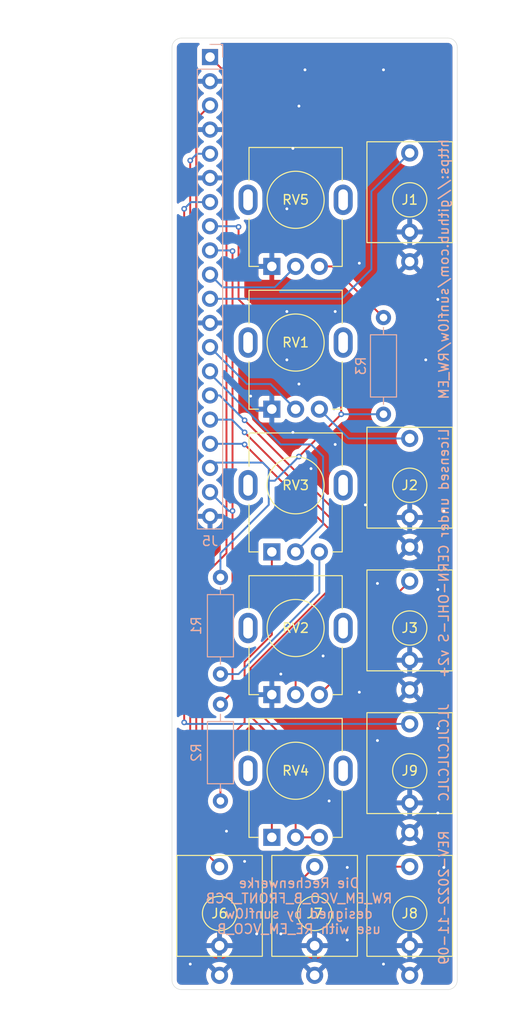
<source format=kicad_pcb>
(kicad_pcb (version 20211014) (generator pcbnew)
  (title_block (title "RW_EM_VCO_B_FRONT_PCB") (date "2022-11-09") (rev "2022-11-09") (comment 1 "Licensed under CERN-OHL-S v2+") (comment 2 "https://github.com/sunfl0w/RW_EM"))
  (layers (0 "F.Cu" signal) (31 "B.Cu" signal) (34 "B.Paste" user) (35 "F.Paste" user) (36 "B.SilkS" user "B.Silkscreen") (37 "F.SilkS" user "F.Silkscreen") (38 "B.Mask" user) (39 "F.Mask" user) (44 "Edge.Cuts" user))
  (net 0 "")
  (net 1 "+12V")
  (net 2 "GND")
  (net 3 "-12V")
  (net 4 "VCO_TUNE")
  (net 5 "Net-(R3-Pad1)")
  (net 6 "1V{slash}OCT")
  (net 7 "Net-(J2-PadT)")
  (net 8 "Net-(J3-PadT)")
  (net 9 "SQR_OUT")
  (net 10 "SAW_OUT")
  (net 11 "TRI_OUT")
  (net 12 "SINE_OUT")
  (net 13 "PWM_CV_IN_1")
  (net 14 "PWM_CV_IN_2")
  (net 15 "FM_CV")
  (net 16 "CONV_RES_1")
  (net 17 "CONV_RES_2")
  (net 18 "Net-(R1-Pad1)")
  (net 19 "Net-(R2-Pad2)")
  (footprint "RW_EurorackModular:Potentiometer_R0904N_SongHuei" (layer "F.Cu") (at 133 112)
    (fp_text reference "RV2" (at 0 0 unlocked) (layer "F.SilkS"))
    (fp_text value "100k")
    (fp_line (start -4.9 7) (end -4.9 2) (layer "F.SilkS") (width 0.12))
    (fp_line (start -4.9 -5.5) (end -4.9 -2) (layer "F.SilkS") (width 0.12))
    (fp_line (start 0 -5.5) (end -4.9 -5.5) (layer "F.SilkS") (width 0.12))
    (fp_line (start -4.9 7) (end -3.9 7) (layer "F.SilkS") (width 0.12))
    (fp_line (start 0 -5.5) (end 4.9 -5.5) (layer "F.SilkS") (width 0.12))
    (fp_line (start 4.9 7) (end 3.9 7) (layer "F.SilkS") (width 0.12))
    (fp_line (start 4.9 -5.5) (end 4.9 -2) (layer "F.SilkS") (width 0.12))
    (fp_line (start 4.9 7) (end 4.9 2) (layer "F.SilkS") (width 0.12))
    (fp_circle (center 0 0) (end 3 0) (layer "F.SilkS") (width 0.12) (fill none))
    (pad "" thru_hole oval (at -5 0) (size 2 3.2) (drill oval 1 2.2) (layers *.Cu *.Mask))
    (pad "" thru_hole oval (at 5 0) (size 2 3.2) (drill oval 1 2.2) (layers *.Cu *.Mask))
    (pad "1" thru_hole rect (at -2.5 7) (size 1.8 1.8) (drill 1) (layers *.Cu *.Mask) (net 2 "GND"))
    (pad "2" thru_hole circle (at 0 7) (size 1.8 1.8) (drill 1) (layers *.Cu *.Mask) (net 15 "FM_CV"))
    (pad "3" thru_hole circle (at 2.5 7) (size 1.8 1.8) (drill 1) (layers *.Cu *.Mask) (net 8 "Net-(J3-PadT)"))
  )
  (footprint "RW_EurorackModular:Potentiometer_R0904N_SongHuei" (layer "F.Cu") (at 133 127)
    (fp_text reference "RV4" (at 0 0 unlocked) (layer "F.SilkS"))
    (fp_text value "100k")
    (fp_line (start 0 -5.5) (end 4.9 -5.5) (layer "F.SilkS") (width 0.12))
    (fp_line (start 0 -5.5) (end -4.9 -5.5) (layer "F.SilkS") (width 0.12))
    (fp_line (start -4.9 7) (end -4.9 2) (layer "F.SilkS") (width 0.12))
    (fp_line (start -4.9 -5.5) (end -4.9 -2) (layer "F.SilkS") (width 0.12))
    (fp_line (start 4.9 7) (end 3.9 7) (layer "F.SilkS") (width 0.12))
    (fp_line (start -4.9 7) (end -3.9 7) (layer "F.SilkS") (width 0.12))
    (fp_line (start 4.9 7) (end 4.9 2) (layer "F.SilkS") (width 0.12))
    (fp_line (start 4.9 -5.5) (end 4.9 -2) (layer "F.SilkS") (width 0.12))
    (fp_circle (center 0 0) (end 3 0) (layer "F.SilkS") (width 0.12) (fill none))
    (pad "" thru_hole oval (at -5 0) (size 2 3.2) (drill oval 1 2.2) (layers *.Cu *.Mask))
    (pad "" thru_hole oval (at 5 0) (size 2 3.2) (drill oval 1 2.2) (layers *.Cu *.Mask))
    (pad "1" thru_hole rect (at -2.5 7) (size 1.8 1.8) (drill 1) (layers *.Cu *.Mask) (net 17 "CONV_RES_2"))
    (pad "2" thru_hole circle (at 0 7) (size 1.8 1.8) (drill 1) (layers *.Cu *.Mask) (net 16 "CONV_RES_1"))
    (pad "3" thru_hole circle (at 2.5 7) (size 1.8 1.8) (drill 1) (layers *.Cu *.Mask) (net 16 "CONV_RES_1"))
  )
  (footprint "RW_EurorackModular:PJ301M-12" (layer "F.Cu") (at 135 142)
    (fp_text reference "J7" (at 0 0 unlocked) (layer "F.SilkS"))
    (fp_text value "PJ301M-12")
    (fp_rect (start 4.5 -6.1) (end -4.5 4.5) (layer "F.SilkS") (width 0.12) (fill none))
    (fp_circle (center 0 0) (end 1.8 0) (layer "F.SilkS") (width 0.12) (fill none))
    (pad "S" thru_hole circle (at 0 6.5) (size 1.8 1.8) (drill 1) (layers *.Cu *.Mask) (net 2 "GND"))
    (pad "T" thru_hole circle (at 0 -4.92) (size 1.8 1.8) (drill 1) (layers *.Cu *.Mask) (net 10 "SAW_OUT"))
    (pad "TN" thru_hole oval (at 0 3.38) (size 1.8 1.8) (drill oval 1) (layers *.Cu *.Mask) (net 2 "GND"))
  )
  (footprint "RW_EurorackModular:Potentiometer_R0904N_SongHuei" (layer "F.Cu") (at 133 82)
    (fp_text reference "RV1" (at 0 0 unlocked) (layer "F.SilkS"))
    (fp_text value "100k")
    (fp_line (start 4.9 -5.5) (end 4.9 -2) (layer "F.SilkS") (width 0.12))
    (fp_line (start 4.9 7) (end 4.9 2) (layer "F.SilkS") (width 0.12))
    (fp_line (start 0 -5.5) (end -4.9 -5.5) (layer "F.SilkS") (width 0.12))
    (fp_line (start -4.9 7) (end -3.9 7) (layer "F.SilkS") (width 0.12))
    (fp_line (start -4.9 -5.5) (end -4.9 -2) (layer "F.SilkS") (width 0.12))
    (fp_line (start -4.9 7) (end -4.9 2) (layer "F.SilkS") (width 0.12))
    (fp_line (start 4.9 7) (end 3.9 7) (layer "F.SilkS") (width 0.12))
    (fp_line (start 0 -5.5) (end 4.9 -5.5) (layer "F.SilkS") (width 0.12))
    (fp_circle (center 0 0) (end 3 0) (layer "F.SilkS") (width 0.12) (fill none))
    (pad "" thru_hole oval (at -5 0) (size 2 3.2) (drill oval 1 2.2) (layers *.Cu *.Mask))
    (pad "" thru_hole oval (at 5 0) (size 2 3.2) (drill oval 1 2.2) (layers *.Cu *.Mask))
    (pad "1" thru_hole rect (at -2.5 7) (size 1.8 1.8) (drill 1) (layers *.Cu *.Mask) (net 2 "GND"))
    (pad "2" thru_hole circle (at 0 7) (size 1.8 1.8) (drill 1) (layers *.Cu *.Mask) (net 13 "PWM_CV_IN_1"))
    (pad "3" thru_hole circle (at 2.5 7) (size 1.8 1.8) (drill 1) (layers *.Cu *.Mask) (net 7 "Net-(J2-PadT)"))
  )
  (footprint "RW_EurorackModular:Potentiometer_R0904N_SongHuei" (layer "F.Cu") (at 133 97)
    (fp_text reference "RV3" (at 0 0 unlocked) (layer "F.SilkS"))
    (fp_text value "100k")
    (fp_line (start -4.9 -5.5) (end -4.9 -2) (layer "F.SilkS") (width 0.12))
    (fp_line (start 4.9 -5.5) (end 4.9 -2) (layer "F.SilkS") (width 0.12))
    (fp_line (start 0 -5.5) (end 4.9 -5.5) (layer "F.SilkS") (width 0.12))
    (fp_line (start 4.9 7) (end 3.9 7) (layer "F.SilkS") (width 0.12))
    (fp_line (start 4.9 7) (end 4.9 2) (layer "F.SilkS") (width 0.12))
    (fp_line (start -4.9 7) (end -3.9 7) (layer "F.SilkS") (width 0.12))
    (fp_line (start 0 -5.5) (end -4.9 -5.5) (layer "F.SilkS") (width 0.12))
    (fp_line (start -4.9 7) (end -4.9 2) (layer "F.SilkS") (width 0.12))
    (fp_circle (center 0 0) (end 3 0) (layer "F.SilkS") (width 0.12) (fill none))
    (pad "" thru_hole oval (at -5 0) (size 2 3.2) (drill oval 1 2.2) (layers *.Cu *.Mask))
    (pad "" thru_hole oval (at 5 0) (size 2 3.2) (drill oval 1 2.2) (layers *.Cu *.Mask))
    (pad "1" thru_hole rect (at -2.5 7) (size 1.8 1.8) (drill 1) (layers *.Cu *.Mask) (net 19 "Net-(R2-Pad2)"))
    (pad "2" thru_hole circle (at 0 7) (size 1.8 1.8) (drill 1) (layers *.Cu *.Mask) (net 14 "PWM_CV_IN_2"))
    (pad "3" thru_hole circle (at 2.5 7) (size 1.8 1.8) (drill 1) (layers *.Cu *.Mask) (net 18 "Net-(R1-Pad1)"))
  )
  (footprint "RW_EurorackModular:Potentiometer_R0904N_SongHuei" (layer "F.Cu") (at 133 67)
    (fp_text reference "RV5" (at 0 0 unlocked) (layer "F.SilkS"))
    (fp_text value "100k")
    (fp_line (start 4.9 7) (end 4.9 2) (layer "F.SilkS") (width 0.12))
    (fp_line (start 4.9 7) (end 3.9 7) (layer "F.SilkS") (width 0.12))
    (fp_line (start 0 -5.5) (end 4.9 -5.5) (layer "F.SilkS") (width 0.12))
    (fp_line (start 0 -5.5) (end -4.9 -5.5) (layer "F.SilkS") (width 0.12))
    (fp_line (start -4.9 -5.5) (end -4.9 -2) (layer "F.SilkS") (width 0.12))
    (fp_line (start 4.9 -5.5) (end 4.9 -2) (layer "F.SilkS") (width 0.12))
    (fp_line (start -4.9 7) (end -3.9 7) (layer "F.SilkS") (width 0.12))
    (fp_line (start -4.9 7) (end -4.9 2) (layer "F.SilkS") (width 0.12))
    (fp_circle (center 0 0) (end 3 0) (layer "F.SilkS") (width 0.12) (fill none))
    (pad "" thru_hole oval (at -5 0) (size 2 3.2) (drill oval 1 2.2) (layers *.Cu *.Mask))
    (pad "" thru_hole oval (at 5 0) (size 2 3.2) (drill oval 1 2.2) (layers *.Cu *.Mask))
    (pad "1" thru_hole rect (at -2.5 7) (size 1.8 1.8) (drill 1) (layers *.Cu *.Mask) (net 2 "GND"))
    (pad "2" thru_hole circle (at 0 7) (size 1.8 1.8) (drill 1) (layers *.Cu *.Mask) (net 4 "VCO_TUNE"))
    (pad "3" thru_hole circle (at 2.5 7) (size 1.8 1.8) (drill 1) (layers *.Cu *.Mask) (net 5 "Net-(R3-Pad1)"))
  )
  (footprint "RW_EurorackModular:PJ301M-12" (layer "F.Cu") (at 145 142)
    (fp_text reference "J8" (at 0 0 unlocked) (layer "F.SilkS"))
    (fp_text value "PJ301M-12")
    (fp_rect (start 4.5 -6.1) (end -4.5 4.5) (layer "F.SilkS") (width 0.12) (fill none))
    (fp_circle (center 0 0) (end 1.8 0) (layer "F.SilkS") (width 0.12) (fill none))
    (pad "S" thru_hole circle (at 0 6.5) (size 1.8 1.8) (drill 1) (layers *.Cu *.Mask) (net 2 "GND"))
    (pad "T" thru_hole circle (at 0 -4.92) (size 1.8 1.8) (drill 1) (layers *.Cu *.Mask) (net 11 "TRI_OUT"))
    (pad "TN" thru_hole oval (at 0 3.38) (size 1.8 1.8) (drill oval 1) (layers *.Cu *.Mask) (net 2 "GND"))
  )
  (footprint "RW_EurorackModular:PJ301M-12" (layer "F.Cu") (at 125 142)
    (fp_text reference "J6" (at 0 0 unlocked) (layer "F.SilkS"))
    (fp_text value "PJ301M-12")
    (fp_rect (start 4.5 -6.1) (end -4.5 4.5) (layer "F.SilkS") (width 0.12) (fill none))
    (fp_circle (center 0 0) (end 1.8 0) (layer "F.SilkS") (width 0.12) (fill none))
    (pad "S" thru_hole circle (at 0 6.5) (size 1.8 1.8) (drill 1) (layers *.Cu *.Mask) (net 2 "GND"))
    (pad "T" thru_hole circle (at 0 -4.92) (size 1.8 1.8) (drill 1) (layers *.Cu *.Mask) (net 9 "SQR_OUT"))
    (pad "TN" thru_hole oval (at 0 3.38) (size 1.8 1.8) (drill oval 1) (layers *.Cu *.Mask) (net 2 "GND"))
  )
  (footprint "RW_EurorackModular:PJ301M-12" (layer "F.Cu") (at 145 97)
    (fp_text reference "J2" (at 0 0 unlocked) (layer "F.SilkS"))
    (fp_text value "PJ301M-12")
    (fp_rect (start 4.5 -6.1) (end -4.5 4.5) (layer "F.SilkS") (width 0.12) (fill none))
    (fp_circle (center 0 0) (end 1.8 0) (layer "F.SilkS") (width 0.12) (fill none))
    (pad "S" thru_hole circle (at 0 6.5) (size 1.8 1.8) (drill 1) (layers *.Cu *.Mask) (net 2 "GND"))
    (pad "T" thru_hole circle (at 0 -4.92) (size 1.8 1.8) (drill 1) (layers *.Cu *.Mask) (net 7 "Net-(J2-PadT)"))
    (pad "TN" thru_hole oval (at 0 3.38) (size 1.8 1.8) (drill oval 1) (layers *.Cu *.Mask) (net 2 "GND"))
  )
  (footprint "RW_EurorackModular:PJ301M-12" (layer "F.Cu") (at 145 67)
    (fp_text reference "J1" (at 0 0 unlocked) (layer "F.SilkS"))
    (fp_text value "PJ301M-12")
    (fp_rect (start 4.5 -6.1) (end -4.5 4.5) (layer "F.SilkS") (width 0.12) (fill none))
    (fp_circle (center 0 0) (end 1.8 0) (layer "F.SilkS") (width 0.12) (fill none))
    (pad "S" thru_hole circle (at 0 6.5) (size 1.8 1.8) (drill 1) (layers *.Cu *.Mask) (net 2 "GND"))
    (pad "T" thru_hole circle (at 0 -4.92) (size 1.8 1.8) (drill 1) (layers *.Cu *.Mask) (net 6 "1V{slash}OCT"))
    (pad "TN" thru_hole oval (at 0 3.38) (size 1.8 1.8) (drill oval 1) (layers *.Cu *.Mask) (net 2 "GND"))
  )
  (footprint "RW_EurorackModular:PJ301M-12" (layer "F.Cu") (at 145 127)
    (fp_text reference "J9" (at 0 0 unlocked) (layer "F.SilkS"))
    (fp_text value "PJ301M-12")
    (fp_rect (start 4.5 -6.1) (end -4.5 4.5) (layer "F.SilkS") (width 0.12) (fill none))
    (fp_circle (center 0 0) (end 1.8 0) (layer "F.SilkS") (width 0.12) (fill none))
    (pad "S" thru_hole circle (at 0 6.5) (size 1.8 1.8) (drill 1) (layers *.Cu *.Mask) (net 2 "GND"))
    (pad "T" thru_hole circle (at 0 -4.92) (size 1.8 1.8) (drill 1) (layers *.Cu *.Mask) (net 12 "SINE_OUT"))
    (pad "TN" thru_hole oval (at 0 3.38) (size 1.8 1.8) (drill oval 1) (layers *.Cu *.Mask) (net 2 "GND"))
  )
  (footprint "RW_EurorackModular:PJ301M-12" (layer "F.Cu") (at 145 112)
    (fp_text reference "J3" (at 0 0 unlocked) (layer "F.SilkS"))
    (fp_text value "PJ301M-12")
    (fp_rect (start 4.5 -6.1) (end -4.5 4.5) (layer "F.SilkS") (width 0.12) (fill none))
    (fp_circle (center 0 0) (end 1.8 0) (layer "F.SilkS") (width 0.12) (fill none))
    (pad "S" thru_hole circle (at 0 6.5) (size 1.8 1.8) (drill 1) (layers *.Cu *.Mask) (net 2 "GND"))
    (pad "T" thru_hole circle (at 0 -4.92) (size 1.8 1.8) (drill 1) (layers *.Cu *.Mask) (net 8 "Net-(J3-PadT)"))
    (pad "TN" thru_hole oval (at 0 3.38) (size 1.8 1.8) (drill oval 1) (layers *.Cu *.Mask) (net 2 "GND"))
  )
  (footprint "Resistor_THT:R_Axial_DIN0207_L6.3mm_D2.5mm_P10.16mm_Horizontal" (layer "B.Cu") (at 125.095 116.84 90)
    (fp_text reference "R1" (at 5.08 -2.54 90) (layer "B.SilkS") (effects (justify mirror)))
    (fp_text value "470k")
    (fp_line (start 8.35 1.37) (end 1.81 1.37) (layer "B.SilkS") (width 0.12))
    (fp_line (start 1.81 -1.37) (end 8.35 -1.37) (layer "B.SilkS") (width 0.12))
    (fp_line (start 8.35 -1.37) (end 8.35 1.37) (layer "B.SilkS") (width 0.12))
    (fp_line (start 1.81 1.37) (end 1.81 -1.37) (layer "B.SilkS") (width 0.12))
    (fp_line (start 1.04 0) (end 1.81 0) (layer "B.SilkS") (width 0.12))
    (fp_line (start 9.12 0) (end 8.35 0) (layer "B.SilkS") (width 0.12))
    (pad "1" thru_hole circle (at 0 0 90) (size 1.6 1.6) (drill 0.8) (layers *.Cu *.Mask) (net 18 "Net-(R1-Pad1)"))
    (pad "2" thru_hole oval (at 10.16 0 90) (size 1.6 1.6) (drill 0.8) (layers *.Cu *.Mask) (net 1 "+12V"))
  )
  (footprint "Resistor_THT:R_Axial_DIN0207_L6.3mm_D2.5mm_P10.16mm_Horizontal" (layer "B.Cu") (at 125.095 120.015 -90)
    (fp_text reference "R2" (at 5.08 2.54 90) (layer "B.SilkS") (effects (justify mirror)))
    (fp_text value "470k")
    (fp_line (start 9.12 0) (end 8.35 0) (layer "B.SilkS") (width 0.12))
    (fp_line (start 8.35 -1.37) (end 8.35 1.37) (layer "B.SilkS") (width 0.12))
    (fp_line (start 1.81 -1.37) (end 8.35 -1.37) (layer "B.SilkS") (width 0.12))
    (fp_line (start 1.81 1.37) (end 1.81 -1.37) (layer "B.SilkS") (width 0.12))
    (fp_line (start 1.04 0) (end 1.81 0) (layer "B.SilkS") (width 0.12))
    (fp_line (start 8.35 1.37) (end 1.81 1.37) (layer "B.SilkS") (width 0.12))
    (pad "1" thru_hole circle (at 0 0 270) (size 1.6 1.6) (drill 0.8) (layers *.Cu *.Mask) (net 3 "-12V"))
    (pad "2" thru_hole oval (at 10.16 0 270) (size 1.6 1.6) (drill 0.8) (layers *.Cu *.Mask) (net 19 "Net-(R2-Pad2)"))
  )
  (footprint "Resistor_THT:R_Axial_DIN0207_L6.3mm_D2.5mm_P10.16mm_Horizontal" (layer "B.Cu") (at 142.24 79.375 -90)
    (fp_text reference "R3" (at 5.08 2.37 90) (layer "B.SilkS") (effects (justify mirror)))
    (fp_text value "200k")
    (fp_line (start 1.81 -1.37) (end 8.35 -1.37) (layer "B.SilkS") (width 0.12))
    (fp_line (start 8.35 -1.37) (end 8.35 1.37) (layer "B.SilkS") (width 0.12))
    (fp_line (start 1.04 0) (end 1.81 0) (layer "B.SilkS") (width 0.12))
    (fp_line (start 9.12 0) (end 8.35 0) (layer "B.SilkS") (width 0.12))
    (fp_line (start 1.81 1.37) (end 1.81 -1.37) (layer "B.SilkS") (width 0.12))
    (fp_line (start 8.35 1.37) (end 1.81 1.37) (layer "B.SilkS") (width 0.12))
    (pad "1" thru_hole circle (at 0 0 270) (size 1.6 1.6) (drill 0.8) (layers *.Cu *.Mask) (net 5 "Net-(R3-Pad1)"))
    (pad "2" thru_hole oval (at 10.16 0 270) (size 1.6 1.6) (drill 0.8) (layers *.Cu *.Mask) (net 1 "+12V"))
  )
  (footprint "Connector_PinHeader_2.54mm:PinHeader_1x20_P2.54mm_Vertical" (layer "B.Cu") (at 124 52 180)
    (fp_text reference "J5" (at 0 -50.87) (layer "B.SilkS") (effects (justify mirror)))
    (fp_text value "PCB_CONN")
    (fp_line (start 1.33 -1.27) (end 1.33 -49.59) (layer "B.SilkS") (width 0.12))
    (fp_line (start -1.33 -1.27) (end 1.33 -1.27) (layer "B.SilkS") (width 0.12))
    (fp_line (start -1.33 -1.27) (end -1.33 -49.59) (layer "B.SilkS") (width 0.12))
    (fp_line (start -1.33 0) (end -1.33 1.33) (layer "B.SilkS") (width 0.12))
    (fp_line (start -1.33 1.33) (end 0 1.33) (layer "B.SilkS") (width 0.12))
    (fp_line (start -1.33 -49.59) (end 1.33 -49.59) (layer "B.SilkS") (width 0.12))
    (pad "1" thru_hole rect (at 0 0 180) (size 1.7 1.7) (drill 1) (layers *.Cu *.Mask) (net 9 "SQR_OUT"))
    (pad "2" thru_hole oval (at 0 -2.54 180) (size 1.7 1.7) (drill 1) (layers *.Cu *.Mask) (net 2 "GND"))
    (pad "3" thru_hole oval (at 0 -5.08 180) (size 1.7 1.7) (drill 1) (layers *.Cu *.Mask) (net 10 "SAW_OUT"))
    (pad "4" thru_hole oval (at 0 -7.62 180) (size 1.7 1.7) (drill 1) (layers *.Cu *.Mask) (net 2 "GND"))
    (pad "5" thru_hole oval (at 0 -10.16 180) (size 1.7 1.7) (drill 1) (layers *.Cu *.Mask) (net 11 "TRI_OUT"))
    (pad "6" thru_hole oval (at 0 -12.7 180) (size 1.7 1.7) (drill 1) (layers *.Cu *.Mask) (net 2 "GND"))
    (pad "7" thru_hole oval (at 0 -15.24 180) (size 1.7 1.7) (drill 1) (layers *.Cu *.Mask) (net 12 "SINE_OUT"))
    (pad "8" thru_hole oval (at 0 -17.78 180) (size 1.7 1.7) (drill 1) (layers *.Cu *.Mask) (net 1 "+12V"))
    (pad "9" thru_hole oval (at 0 -20.32 180) (size 1.7 1.7) (drill 1) (layers *.Cu *.Mask) (net 3 "-12V"))
    (pad "10" thru_hole oval (at 0 -22.86 180) (size 1.7 1.7) (drill 1) (layers *.Cu *.Mask) (net 4 "VCO_TUNE"))
    (pad "11" thru_hole oval (at 0 -25.4 180) (size 1.7 1.7) (drill 1) (layers *.Cu *.Mask) (net 6 "1V{slash}OCT"))
    (pad "12" thru_hole oval (at 0 -27.94 180) (size 1.7 1.7) (drill 1) (layers *.Cu *.Mask) (net 2 "GND"))
    (pad "13" thru_hole oval (at 0 -30.48 180) (size 1.7 1.7) (drill 1) (layers *.Cu *.Mask) (net 13 "PWM_CV_IN_1"))
    (pad "14" thru_hole oval (at 0 -33.02 180) (size 1.7 1.7) (drill 1) (layers *.Cu *.Mask) (net 14 "PWM_CV_IN_2"))
    (pad "15" thru_hole oval (at 0 -35.56 180) (size 1.7 1.7) (drill 1) (layers *.Cu *.Mask) (net 15 "FM_CV"))
    (pad "16" thru_hole oval (at 0 -38.1 180) (size 1.7 1.7) (drill 1) (layers *.Cu *.Mask) (net 16 "CONV_RES_1"))
    (pad "17" thru_hole oval (at 0 -40.64 180) (size 1.7 1.7) (drill 1) (layers *.Cu *.Mask) (net 17 "CONV_RES_2"))
    (pad "18" thru_hole oval (at 0 -43.18 180) (size 1.7 1.7) (drill 1) (layers *.Cu *.Mask) (net 1 "+12V"))
    (pad "19" thru_hole oval (at 0 -45.72 180) (size 1.7 1.7) (drill 1) (layers *.Cu *.Mask) (net 3 "-12V"))
    (pad "20" thru_hole oval (at 0 -48.26 180) (size 1.7 1.7) (drill 1) (layers *.Cu *.Mask) (net 2 "GND"))
  )
  (gr_line (start 150 149) (end 150 51) (layer "Edge.Cuts") (width 0.05))
  (gr_arc (start 150 149) (mid 149.707107 149.707107) (end 149 150) (layer "Edge.Cuts") (width 0.05))
  (gr_arc (start 149 50) (mid 149.707107 50.292893) (end 150 51) (layer "Edge.Cuts") (width 0.05))
  (gr_line (start 121 150) (end 149 150) (layer "Edge.Cuts") (width 0.05))
  (gr_line (start 121 50) (end 149 50) (layer "Edge.Cuts") (width 0.05))
  (gr_line (start 120 51) (end 120 149) (layer "Edge.Cuts") (width 0.05))
  (gr_arc (start 121 150) (mid 120.292893 149.707107) (end 120 149) (layer "Edge.Cuts") (width 0.05))
  (gr_arc (start 120 51) (mid 120.292893 50.292893) (end 121 50) (layer "Edge.Cuts") (width 0.05))
  (gr_text "https://github.com/sunfl0w/RW_EM" (at 148.59 74.295 90) (layer "B.SilkS") (effects (font (size 1 1) (thickness 0.16)) (justify mirror)))
  (gr_text "REV-2022-11-09" (at 148.59 140.335 90) (layer "B.SilkS") (effects (font (size 1 1) (thickness 0.16)) (justify mirror)))
  (gr_text "Licensed under CERN-OHL-S v2+" (at 148.59 104.14 90) (layer "B.SilkS") (effects (font (size 1 1) (thickness 0.16)) (justify mirror)))
  (gr_text "Die Rechenwerke\nRW_EM_VCO_B_FRONT_PCB\ndesigned by sunfl0w\nuse with RE_EM_VCO_B" (at 133.35 141.224) (layer "B.SilkS") (effects (font (size 1 1) (thickness 0.16)) (justify mirror)))
  (gr_text "JLCJLCJLCJLC" (at 148.59 125.095 90) (layer "B.SilkS") (effects (font (size 1 1) (thickness 0.16)) (justify mirror)))
  (segment (start 137.795 89.535) (end 137.795 88.265) (width 0.2) (layer "F.Cu") (net 1))
  (segment (start 127 77.47) (end 127 69.85) (width 0.2) (layer "F.Cu") (net 1))
  (segment (start 137.795 88.265) (end 127 77.47) (width 0.2) (layer "F.Cu") (net 1))
  (segment (start 133.35 93.98) (end 137.795 89.535) (width 0.2) (layer "F.Cu") (net 1))
  (via (at 133.35 93.98) (size 0.6) (drill 0.3) (layers "F.Cu" "B.Cu") (net 1))
  (via (at 127 69.85) (size 0.6) (drill 0.3) (layers "F.Cu" "B.Cu") (net 1))
  (via (at 137.795 89.535) (size 0.6) (drill 0.3) (layers "F.Cu" "B.Cu") (net 1))
  (segment (start 124 95.18) (end 124.565 94.615) (width 0.2) (layer "B.Cu") (net 1))
  (segment (start 126.93 69.78) (end 124 69.78) (width 0.2) (layer "B.Cu") (net 1))
  (segment (start 124.565 94.615) (end 129.54 94.615) (width 0.2) (layer "B.Cu") (net 1))
  (segment (start 142.24 89.535) (end 137.795 89.535) (width 0.2) (layer "B.Cu") (net 1))
  (segment (start 130.175 95.25) (end 129.54 94.615) (width 0.2) (layer "B.Cu") (net 1))
  (segment (start 127 69.85) (end 126.93 69.78) (width 0.2) (layer "B.Cu") (net 1))
  (segment (start 125.095 104.14) (end 130.175 99.06) (width 0.2) (layer "B.Cu") (net 1))
  (segment (start 130.175 99.06) (end 130.175 96.52) (width 0.2) (layer "B.Cu") (net 1))
  (segment (start 133.35 93.98) (end 130.81 96.52) (width 0.2) (layer "B.Cu") (net 1))
  (segment (start 130.81 96.52) (end 130.175 96.52) (width 0.2) (layer "B.Cu") (net 1))
  (segment (start 125.095 106.68) (end 125.095 104.14) (width 0.2) (layer "B.Cu") (net 1))
  (segment (start 130.175 96.52) (end 130.175 95.25) (width 0.2) (layer "B.Cu") (net 1))
  (via (at 135.89 114.935) (size 0.6) (drill 0.3) (layers "F.Cu" "B.Cu") (net 2))
  (via (at 131.445 116.84) (size 0.6) (drill 0.3) (layers "F.Cu" "B.Cu") (net 2))
  (via (at 132.08 67.945) (size 0.6) (drill 0.3) (layers "F.Cu" "B.Cu") (net 2))
  (via (at 133.35 86.36) (size 0.6) (drill 0.3) (layers "F.Cu" "B.Cu") (net 2))
  (via (at 138.43 137.16) (size 0.6) (drill 0.3) (layers "F.Cu" "B.Cu") (net 2))
  (via (at 131.445 144.145) (size 0.6) (drill 0.3) (layers "F.Cu" "B.Cu") (net 2))
  (via (at 139.7 118.745) (size 0.6) (drill 0.3) (layers "F.Cu" "B.Cu") (net 2))
  (via (at 133.985 53.34) (size 0.6) (drill 0.3) (layers "F.Cu" "B.Cu") (net 2))
  (via (at 128.27 87.63) (size 0.6) (drill 0.3) (layers "F.Cu" "B.Cu") (net 2))
  (via (at 125.73 133.35) (size 0.6) (drill 0.3) (layers "F.Cu" "B.Cu") (net 2))
  (via (at 142.24 147.32) (size 0.6) (drill 0.3) (layers "F.Cu" "B.Cu") (net 2))
  (via (at 146.685 83.82) (size 0.6) (drill 0.3) (layers "F.Cu" "B.Cu") (net 2))
  (via (at 148.59 137.16) (size 0.6) (drill 0.3) (layers "F.Cu" "B.Cu") (net 2))
  (via (at 138.43 144.78) (size 0.6) (drill 0.3) (layers "F.Cu" "B.Cu") (net 2))
  (via (at 133.35 57.15) (size 0.6) (drill 0.3) (layers "F.Cu" "B.Cu") (net 2))
  (via (at 121.92 147.32) (size 0.6) (drill 0.3) (layers "F.Cu" "B.Cu") (net 2))
  (via (at 134.62 95.25) (size 0.6) (drill 0.3) (layers "F.Cu" "B.Cu") (net 2))
  (via (at 147.955 122.555) (size 0.6) (drill 0.3) (layers "F.Cu" "B.Cu") (net 2))
  (via (at 127.635 136.525) (size 0.6) (drill 0.3) (layers "F.Cu" "B.Cu") (net 2))
  (via (at 148.59 99.695) (size 0.6) (drill 0.3) (layers "F.Cu" "B.Cu") (net 2))
  (via (at 128.905 144.145) (size 0.6) (drill 0.3) (layers "F.Cu" "B.Cu") (net 2))
  (via (at 147.955 107.95) (size 0.6) (drill 0.3) (layers "F.Cu" "B.Cu") (net 2))
  (via (at 137.16 78.74) (size 0.6) (drill 0.3) (layers "F.Cu" "B.Cu") (net 2))
  (via (at 136.525 130.175) (size 0.6) (drill 0.3) (layers "F.Cu" "B.Cu") (net 2))
  (via (at 141.605 107.315) (size 0.6) (drill 0.3) (layers "F.Cu" "B.Cu") (net 2))
  (via (at 139.7 73.66) (size 0.6) (drill 0.3) (layers "F.Cu" "B.Cu") (net 2))
  (via (at 132.715 91.44) (size 0.6) (drill 0.3) (layers "F.Cu" "B.Cu") (net 2))
  (via (at 147.955 77.47) (size 0.6) (drill 0.3) (layers "F.Cu" "B.Cu") (net 2))
  (via (at 132.715 61.595) (size 0.6) (drill 0.3) (layers "F.Cu" "B.Cu") (net 2))
  (via (at 132.08 83.82) (size 0.6) (drill 0.3) (layers "F.Cu" "B.Cu") (net 2))
  (via (at 142.24 53.34) (size 0.6) (drill 0.3) (layers "F.Cu" "B.Cu") (net 2))
  (via (at 140.335 99.06) (size 0.6) (drill 0.3) (layers "F.Cu" "B.Cu") (net 2))
  (via (at 141.605 123.825) (size 0.6) (drill 0.3) (layers "F.Cu" "B.Cu") (net 2))
  (via (at 132.08 78.74) (size 0.6) (drill 0.3) (layers "F.Cu" "B.Cu") (net 2))
  (via (at 137.16 92.71) (size 0.6) (drill 0.3) (layers "F.Cu" "B.Cu") (net 2))
  (via (at 147.955 131.445) (size 0.6) (drill 0.3) (layers "F.Cu" "B.Cu") (net 2))
  (segment (start 125.095 120.015) (end 126.365 118.745) (width 0.2) (layer "F.Cu") (net 3))
  (segment (start 126.365 99.695) (end 126.365 72.39) (width 0.2) (layer "F.Cu") (net 3))
  (segment (start 126.365 118.745) (end 126.365 99.695) (width 0.2) (layer "F.Cu") (net 3))
  (via (at 126.365 72.39) (size 0.6) (drill 0.3) (layers "F.Cu" "B.Cu") (net 3))
  (via (at 126.365 99.695) (size 0.6) (drill 0.3) (layers "F.Cu" "B.Cu") (net 3))
  (segment (start 126.365 99.695) (end 125.975 99.695) (width 0.2) (layer "B.Cu") (net 3))
  (segment (start 126.365 72.39) (end 126.295 72.32) (width 0.2) (layer "B.Cu") (net 3))
  (segment (start 126.295 72.32) (end 124 72.32) (width 0.2) (layer "B.Cu") (net 3))
  (segment (start 125.975 99.695) (end 124 97.72) (width 0.2) (layer "B.Cu") (net 3))
  (segment (start 124 74.86) (end 125.34 76.2) (width 0.2) (layer "B.Cu") (net 4))
  (segment (start 125.34 76.2) (end 130.8 76.2) (width 0.2) (layer "B.Cu") (net 4))
  (segment (start 130.8 76.2) (end 133 74) (width 0.2) (layer "B.Cu") (net 4))
  (segment (start 136.865 74) (end 135.5 74) (width 0.2) (layer "F.Cu") (net 5))
  (segment (start 142.24 79.375) (end 136.865 74) (width 0.2) (layer "F.Cu") (net 5))
  (segment (start 137.865 77.4) (end 140.97 74.295) (width 0.2) (layer "B.Cu") (net 6))
  (segment (start 140.97 74.295) (end 140.97 66.11) (width 0.2) (layer "B.Cu") (net 6))
  (segment (start 124 77.4) (end 137.865 77.4) (width 0.2) (layer "B.Cu") (net 6))
  (segment (start 140.97 66.11) (end 145 62.08) (width 0.2) (layer "B.Cu") (net 6))
  (segment (start 139.065 92.075) (end 139.07 92.08) (width 0.2) (layer "B.Cu") (net 7))
  (segment (start 135.5 89) (end 138.575 92.075) (width 0.2) (layer "B.Cu") (net 7))
  (segment (start 138.575 92.075) (end 139.065 92.075) (width 0.2) (layer "B.Cu") (net 7))
  (segment (start 139.07 92.08) (end 145 92.08) (width 0.2) (layer "B.Cu") (net 7))
  (segment (start 135.5 119) (end 140.97 113.53) (width 0.2) (layer "F.Cu") (net 8))
  (segment (start 140.97 113.53) (end 140.97 111.11) (width 0.2) (layer "F.Cu") (net 8))
  (segment (start 140.97 111.11) (end 145 107.08) (width 0.2) (layer "F.Cu") (net 8))
  (segment (start 123.19 135.27) (end 123.19 106.68) (width 0.2) (layer "F.Cu") (net 9))
  (segment (start 125 137.08) (end 123.19 135.27) (width 0.2) (layer "F.Cu") (net 9))
  (segment (start 125.73 53.73) (end 124 52) (width 0.2) (layer "F.Cu") (net 9))
  (segment (start 125.73 104.14) (end 125.73 53.73) (width 0.2) (layer "F.Cu") (net 9))
  (segment (start 123.19 106.68) (end 125.73 104.14) (width 0.2) (layer "F.Cu") (net 9))
  (segment (start 135 137.08) (end 133.015 139.065) (width 0.2) (layer "F.Cu") (net 10))
  (segment (start 133.015 139.065) (end 123.825 139.065) (width 0.2) (layer "F.Cu") (net 10))
  (segment (start 122.555 58.525) (end 124 57.08) (width 0.2) (layer "F.Cu") (net 10))
  (segment (start 123.825 139.065) (end 122.555 137.795) (width 0.2) (layer "F.Cu") (net 10))
  (segment (start 122.555 137.795) (end 122.555 58.525) (width 0.2) (layer "F.Cu") (net 10))
  (segment (start 123.19 146.685) (end 121.92 145.415) (width 0.2) (layer "F.Cu") (net 11))
  (segment (start 140.97 145.415) (end 139.7 146.685) (width 0.2) (layer "F.Cu") (net 11))
  (segment (start 145 137.08) (end 142.32 137.08) (width 0.2) (layer "F.Cu") (net 11))
  (segment (start 142.32 137.08) (end 140.97 138.43) (width 0.2) (layer "F.Cu") (net 11))
  (segment (start 121.92 145.415) (end 121.92 62.865) (width 0.2) (layer "F.Cu") (net 11))
  (segment (start 139.7 146.685) (end 123.19 146.685) (width 0.2) (layer "F.Cu") (net 11))
  (segment (start 140.97 138.43) (end 140.97 145.415) (width 0.2) (layer "F.Cu") (net 11))
  (via (at 121.92 62.865) (size 0.6) (drill 0.3) (layers "F.Cu" "B.Cu") (net 11))
  (segment (start 122.625 62.16) (end 124 62.16) (width 0.2) (layer "B.Cu") (net 11))
  (segment (start 121.92 62.865) (end 122.625 62.16) (width 0.2) (layer "B.Cu") (net 11))
  (segment (start 121.285 121.92) (end 121.285 67.945) (width 0.2) (layer "F.Cu") (net 12))
  (via (at 121.285 67.945) (size 0.6) (drill 0.3) (layers "F.Cu" "B.Cu") (net 12))
  (via (at 121.285 121.92) (size 0.6) (drill 0.3) (layers "F.Cu" "B.Cu") (net 12))
  (segment (start 121.99 67.24) (end 124 67.24) (width 0.2) (layer "B.Cu") (net 12))
  (segment (start 121.445 122.08) (end 145 122.08) (width 0.2) (layer "B.Cu") (net 12))
  (segment (start 121.285 67.945) (end 121.99 67.24) (width 0.2) (layer "B.Cu") (net 12))
  (segment (start 121.285 121.92) (end 121.445 122.08) (width 0.2) (layer "B.Cu") (net 12))
  (segment (start 130.36 86.36) (end 127.88 86.36) (width 0.2) (layer "B.Cu") (net 13))
  (segment (start 130.36 86.36) (end 133 89) (width 0.2) (layer "B.Cu") (net 13))
  (segment (start 127.88 86.36) (end 124 82.48) (width 0.2) (layer "B.Cu") (net 13))
  (segment (start 133 104) (end 135.89 101.11) (width 0.2) (layer "B.Cu") (net 14))
  (segment (start 134.62 92.71) (end 131.445 92.71) (width 0.2) (layer "B.Cu") (net 14))
  (segment (start 135.89 101.11) (end 135.89 93.98) (width 0.2) (layer "B.Cu") (net 14))
  (segment (start 124 85.265) (end 124 85.02) (width 0.2) (layer "B.Cu") (net 14))
  (segment (start 135.89 93.98) (end 134.62 92.71) (width 0.2) (layer "B.Cu") (net 14))
  (segment (start 131.445 92.71) (end 124 85.265) (width 0.2) (layer "B.Cu") (net 14))
  (segment (start 138.43 100.965) (end 127.635 90.17) (width 0.2) (layer "F.Cu") (net 15))
  (segment (start 133 119) (end 133 114.015) (width 0.2) (layer "F.Cu") (net 15))
  (segment (start 133 114.015) (end 138.43 108.585) (width 0.2) (layer "F.Cu") (net 15))
  (segment (start 138.43 108.585) (end 138.43 100.965) (width 0.2) (layer "F.Cu") (net 15))
  (via (at 127.635 90.17) (size 0.6) (drill 0.3) (layers "F.Cu" "B.Cu") (net 15))
  (segment (start 127.635 90.17) (end 125.025 87.56) (width 0.2) (layer "B.Cu") (net 15))
  (segment (start 125.025 87.56) (end 124 87.56) (width 0.2) (layer "B.Cu") (net 15))
  (segment (start 133 134) (end 135.5 134) (width 0.2) (layer "F.Cu") (net 16))
  (segment (start 133 124.745) (end 128.905 120.65) (width 0.2) (layer "F.Cu") (net 16))
  (segment (start 137.795 101.6) (end 127.635 91.44) (width 0.2) (layer "F.Cu") (net 16))
  (segment (start 128.905 120.65) (end 128.905 116.84) (width 0.2) (layer "F.Cu") (net 16))
  (segment (start 128.905 116.84) (end 137.795 107.95) (width 0.2) (layer "F.Cu") (net 16))
  (segment (start 133 134) (end 133 124.745) (width 0.2) (layer "F.Cu") (net 16))
  (segment (start 137.795 107.95) (end 137.795 101.6) (width 0.2) (layer "F.Cu") (net 16))
  (via (at 127.635 91.44) (size 0.6) (drill 0.3) (layers "F.Cu" "B.Cu") (net 16))
  (segment (start 126.295 90.1) (end 124 90.1) (width 0.2) (layer "B.Cu") (net 16))
  (segment (start 127.635 91.44) (end 126.295 90.1) (width 0.2) (layer "B.Cu") (net 16))
  (segment (start 128.27 116.205) (end 137.16 107.315) (width 0.2) (layer "F.Cu") (net 17))
  (segment (start 130.5 123.515) (end 128.27 121.285) (width 0.2) (layer "F.Cu") (net 17))
  (segment (start 128.27 121.285) (end 128.27 116.205) (width 0.2) (layer "F.Cu") (net 17))
  (segment (start 137.16 107.315) (end 137.16 102.235) (width 0.2) (layer "F.Cu") (net 17))
  (segment (start 130.5 134) (end 130.5 123.515) (width 0.2) (layer "F.Cu") (net 17))
  (segment (start 137.16 102.235) (end 127.635 92.71) (width 0.2) (layer "F.Cu") (net 17))
  (via (at 127.635 92.71) (size 0.6) (drill 0.3) (layers "F.Cu" "B.Cu") (net 17))
  (segment (start 127.635 92.71) (end 127.565 92.64) (width 0.2) (layer "B.Cu") (net 17))
  (segment (start 127.565 92.64) (end 124 92.64) (width 0.2) (layer "B.Cu") (net 17))
  (segment (start 135.5 104) (end 135.5 108.34) (width 0.2) (layer "B.Cu") (net 18))
  (segment (start 127 116.84) (end 125.095 116.84) (width 0.2) (layer "B.Cu") (net 18))
  (segment (start 135.5 108.34) (end 127 116.84) (width 0.2) (layer "B.Cu") (net 18))
  (segment (start 125.095 130.175) (end 125.095 124.46) (width 0.2) (layer "F.Cu") (net 19))
  (segment (start 130.5 112.705) (end 130.5 104) (width 0.2) (layer "F.Cu") (net 19))
  (segment (start 127.635 121.92) (end 127.635 115.57) (width 0.2) (layer "F.Cu") (net 19))
  (segment (start 127.635 115.57) (end 130.5 112.705) (width 0.2) (layer "F.Cu") (net 19))
  (segment (start 125.095 124.46) (end 127.635 121.92) (width 0.2) (layer "F.Cu") (net 19))
  (zone (net 2) (net_name "GND") (layer "F.Cu") (connect_pads (clearance 0.508)) (min_thickness 0.254) (fill yes (thermal_gap 0.508) (thermal_bridge_width 0.508))
    (polygon (pts (xy 150 150) (xy 120 150) (xy 120 50) (xy 150 50)))
  )
  (zone (net 2) (net_name "GND") (layer "B.Cu") (connect_pads (clearance 0.508)) (min_thickness 0.254) (fill yes (thermal_gap 0.508) (thermal_bridge_width 0.508))
    (polygon (pts (xy 150 150) (xy 120 150) (xy 120 50) (xy 150 50)))
  )
)
</source>
